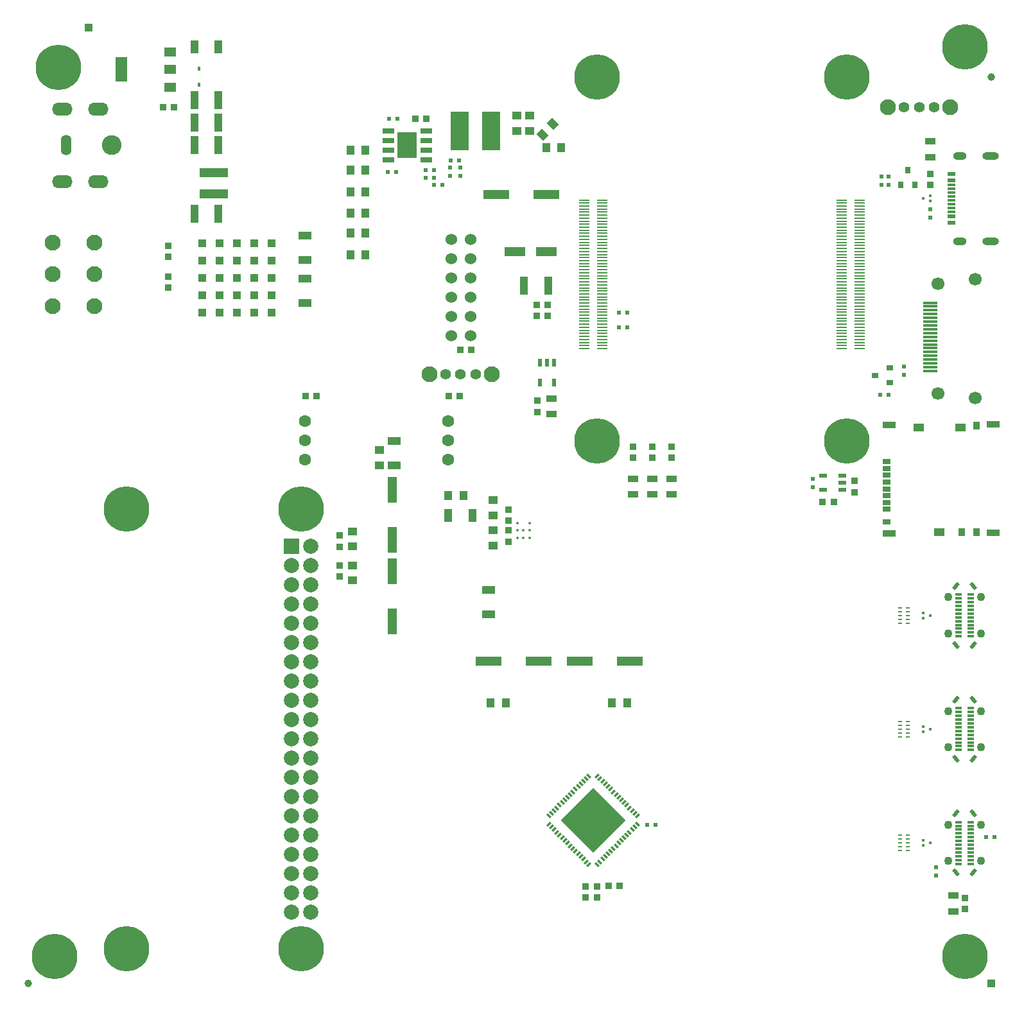
<source format=gbr>
%TF.GenerationSoftware,Altium Limited,Altium Designer,22.2.1 (43)*%
G04 Layer_Color=255*
%FSLAX26Y26*%
%MOIN*%
%TF.SameCoordinates,D552E928-BF45-442C-827F-4CC0F3A717A5*%
%TF.FilePolarity,Positive*%
%TF.FileFunction,Pads,Top*%
%TF.Part,Single*%
G01*
G75*
%TA.AperFunction,SMDPad,CuDef*%
%ADD10R,0.031496X0.035433*%
%ADD11R,0.062992X0.129921*%
%ADD12R,0.062992X0.047244*%
%ADD13R,0.023622X0.023622*%
%ADD14R,0.035433X0.033465*%
%ADD15R,0.033465X0.035433*%
%ADD16R,0.023622X0.023622*%
%ADD17R,0.056299X0.007874*%
%ADD18R,0.092520X0.200787*%
%ADD19R,0.145669X0.047244*%
%ADD20R,0.043307X0.023622*%
%ADD21R,0.023622X0.043307*%
%ADD22R,0.035433X0.031496*%
G04:AMPARAMS|DCode=23|XSize=11.024mil|YSize=27.165mil|CornerRadius=0mil|HoleSize=0mil|Usage=FLASHONLY|Rotation=45.000|XOffset=0mil|YOffset=0mil|HoleType=Round|Shape=Rectangle|*
%AMROTATEDRECTD23*
4,1,4,0.005707,-0.013502,-0.013502,0.005707,-0.005707,0.013502,0.013502,-0.005707,0.005707,-0.013502,0.0*
%
%ADD23ROTATEDRECTD23*%

G04:AMPARAMS|DCode=24|XSize=11.024mil|YSize=27.165mil|CornerRadius=0mil|HoleSize=0mil|Usage=FLASHONLY|Rotation=315.000|XOffset=0mil|YOffset=0mil|HoleType=Round|Shape=Rectangle|*
%AMROTATEDRECTD24*
4,1,4,-0.013502,-0.005707,0.005707,0.013502,0.013502,0.005707,-0.005707,-0.013502,-0.013502,-0.005707,0.0*
%
%ADD24ROTATEDRECTD24*%

%ADD25P,0.334066X4X270.0*%
%TA.AperFunction,BGAPad,CuDef*%
%ADD26C,0.013780*%
%TA.AperFunction,SMDPad,CuDef*%
%ADD27R,0.059055X0.031496*%
%ADD28R,0.102362X0.137795*%
%TA.AperFunction,BGAPad,CuDef*%
%ADD29R,0.041732X0.041732*%
%TA.AperFunction,FiducialPad,Global*%
%ADD30R,0.039370X0.039370*%
%ADD31C,0.039370*%
%TA.AperFunction,SMDPad,CuDef*%
%ADD32R,0.070866X0.039370*%
%ADD33R,0.039370X0.070866*%
%ADD34R,0.055118X0.035433*%
%ADD35R,0.011811X0.011811*%
%ADD36R,0.018701X0.007874*%
%ADD37R,0.017716X0.023228*%
%ADD38R,0.055118X0.044488*%
%ADD39R,0.033465X0.039370*%
%ADD40R,0.066929X0.035433*%
%ADD41R,0.039370X0.025591*%
%ADD42R,0.074803X0.011811*%
%TA.AperFunction,ConnectorPad*%
%ADD43R,0.043307X0.011811*%
%ADD44R,0.043307X0.023622*%
%TA.AperFunction,SMDPad,CuDef*%
%ADD45R,0.033465X0.011811*%
G04:AMPARAMS|DCode=46|XSize=19.685mil|YSize=40.551mil|CornerRadius=0mil|HoleSize=0mil|Usage=FLASHONLY|Rotation=220.000|XOffset=0mil|YOffset=0mil|HoleType=Round|Shape=Rectangle|*
%AMROTATEDRECTD46*
4,1,4,-0.005493,0.021859,0.020573,-0.009205,0.005493,-0.021859,-0.020573,0.009205,-0.005493,0.021859,0.0*
%
%ADD46ROTATEDRECTD46*%

G04:AMPARAMS|DCode=47|XSize=19.685mil|YSize=40.551mil|CornerRadius=0mil|HoleSize=0mil|Usage=FLASHONLY|Rotation=320.000|XOffset=0mil|YOffset=0mil|HoleType=Round|Shape=Rectangle|*
%AMROTATEDRECTD47*
4,1,4,-0.020573,-0.009205,0.005493,0.021859,0.020573,0.009205,-0.005493,-0.021859,-0.020573,-0.009205,0.0*
%
%ADD47ROTATEDRECTD47*%

%ADD48R,0.043307X0.094488*%
%ADD49R,0.110236X0.047244*%
%ADD50R,0.133858X0.047244*%
%ADD51R,0.049213X0.039370*%
%ADD52R,0.047244X0.133858*%
%ADD53R,0.039370X0.049213*%
G04:AMPARAMS|DCode=54|XSize=39.37mil|YSize=49.213mil|CornerRadius=0mil|HoleSize=0mil|Usage=FLASHONLY|Rotation=45.000|XOffset=0mil|YOffset=0mil|HoleType=Round|Shape=Rectangle|*
%AMROTATEDRECTD54*
4,1,4,0.003480,-0.031319,-0.031319,0.003480,-0.003480,0.031319,0.031319,-0.003480,0.003480,-0.031319,0.0*
%
%ADD54ROTATEDRECTD54*%

%TA.AperFunction,ComponentPad*%
%ADD67C,0.082677*%
%ADD68C,0.055118*%
%ADD69C,0.236220*%
%ADD70R,0.078740X0.078740*%
%ADD71C,0.078740*%
%ADD72C,0.060000*%
%ADD73O,0.106299X0.066929*%
%ADD74O,0.055118X0.106299*%
%ADD75C,0.102362*%
%ADD76C,0.062992*%
%ADD77C,0.066929*%
%ADD78O,0.070866X0.039370*%
%ADD79O,0.086614X0.039370*%
%ADD80C,0.043307*%
D10*
X5572835Y5187008D02*
D03*
X5647638D02*
D03*
X5610236Y5265748D02*
D03*
D11*
X1527559Y5787402D02*
D03*
D12*
X1779528Y5877953D02*
D03*
Y5787402D02*
D03*
Y5696850D02*
D03*
D13*
X5511811Y5230315D02*
D03*
Y5187008D02*
D03*
X5472441D02*
D03*
Y5230315D02*
D03*
X5728346Y5017717D02*
D03*
Y5061024D02*
D03*
X5118110Y3620079D02*
D03*
Y3663386D02*
D03*
X5755905Y1643701D02*
D03*
Y1600394D02*
D03*
X5589370Y4246654D02*
D03*
Y4203346D02*
D03*
X3287402Y5277559D02*
D03*
Y5234252D02*
D03*
X3232284Y5277559D02*
D03*
Y5234252D02*
D03*
D14*
X5728346Y5187992D02*
D03*
Y5245079D02*
D03*
X4382480Y3827756D02*
D03*
Y3770669D02*
D03*
X4282480Y3827756D02*
D03*
Y3770669D02*
D03*
X3686220Y4067323D02*
D03*
Y4010236D02*
D03*
X4182480Y3770669D02*
D03*
Y3827756D02*
D03*
X3937008Y1487205D02*
D03*
Y1544291D02*
D03*
X3996063D02*
D03*
Y1487205D02*
D03*
X5905512Y1485236D02*
D03*
Y1428150D02*
D03*
X1771653Y4656496D02*
D03*
Y4713583D02*
D03*
Y4813976D02*
D03*
Y4871063D02*
D03*
X5334646Y3593504D02*
D03*
Y3650590D02*
D03*
X2661417Y3213583D02*
D03*
Y3156496D02*
D03*
Y3310039D02*
D03*
Y3367126D02*
D03*
X3535433Y3443898D02*
D03*
Y3500984D02*
D03*
Y3393701D02*
D03*
Y3336614D02*
D03*
D15*
X3286417Y4330709D02*
D03*
X3343504D02*
D03*
X4058071Y1547244D02*
D03*
X4115158D02*
D03*
X3054134Y5531496D02*
D03*
X3111220D02*
D03*
X1743110Y5590551D02*
D03*
X1800197D02*
D03*
X5168307Y3543307D02*
D03*
X5225394D02*
D03*
X3739173Y4507874D02*
D03*
X3682087D02*
D03*
X3739173Y4566929D02*
D03*
X3682087D02*
D03*
X3227362Y4090551D02*
D03*
X3284449D02*
D03*
X2483268D02*
D03*
X2540354D02*
D03*
D16*
X4154134Y4450000D02*
D03*
X4110827D02*
D03*
X4154134Y4525000D02*
D03*
X4110827D02*
D03*
X4301181Y1866142D02*
D03*
X4257874D02*
D03*
X6017717Y1803150D02*
D03*
X6061024D02*
D03*
X3151575Y5224409D02*
D03*
X3108268D02*
D03*
X3281496Y5314961D02*
D03*
X3238189D02*
D03*
X3108268Y5263779D02*
D03*
X3151575D02*
D03*
X5511024Y4100000D02*
D03*
X5467717D02*
D03*
X2911417Y5255905D02*
D03*
X2954724D02*
D03*
X3194882Y5188976D02*
D03*
X3151575D02*
D03*
X2958661Y5531496D02*
D03*
X2915354D02*
D03*
D17*
X5268110Y4716535D02*
D03*
Y4700788D02*
D03*
Y4685039D02*
D03*
Y4669291D02*
D03*
Y4653543D02*
D03*
Y4637795D02*
D03*
Y4622047D02*
D03*
Y4606299D02*
D03*
Y4590551D02*
D03*
Y4574803D02*
D03*
Y4559055D02*
D03*
Y4543307D02*
D03*
Y4527559D02*
D03*
Y4511811D02*
D03*
Y4496063D02*
D03*
Y4480315D02*
D03*
Y4464567D02*
D03*
Y4448819D02*
D03*
Y4433071D02*
D03*
Y4417323D02*
D03*
Y4401575D02*
D03*
Y4385827D02*
D03*
Y4370079D02*
D03*
Y4354331D02*
D03*
Y4338583D02*
D03*
Y5110236D02*
D03*
Y5094488D02*
D03*
Y5078740D02*
D03*
Y5062992D02*
D03*
Y5047244D02*
D03*
Y5031496D02*
D03*
Y5015748D02*
D03*
Y5000000D02*
D03*
Y4984252D02*
D03*
Y4968504D02*
D03*
Y4952756D02*
D03*
Y4937008D02*
D03*
Y4921260D02*
D03*
Y4905512D02*
D03*
Y4889764D02*
D03*
Y4874016D02*
D03*
Y4858268D02*
D03*
Y4842520D02*
D03*
Y4826772D02*
D03*
Y4811024D02*
D03*
Y4795276D02*
D03*
Y4779528D02*
D03*
Y4763780D02*
D03*
Y4748032D02*
D03*
Y4732283D02*
D03*
X5361811Y4716535D02*
D03*
Y4700788D02*
D03*
Y4685039D02*
D03*
Y4669291D02*
D03*
Y4653543D02*
D03*
Y4637795D02*
D03*
Y4622047D02*
D03*
Y4606299D02*
D03*
Y4590551D02*
D03*
Y4574803D02*
D03*
Y4559055D02*
D03*
Y4543307D02*
D03*
Y4527559D02*
D03*
Y4511811D02*
D03*
Y4496063D02*
D03*
Y4480315D02*
D03*
Y4464567D02*
D03*
Y4448819D02*
D03*
Y4433071D02*
D03*
Y4417323D02*
D03*
Y4401575D02*
D03*
Y4385827D02*
D03*
Y4370079D02*
D03*
Y4354331D02*
D03*
Y4338583D02*
D03*
Y5110236D02*
D03*
Y5094488D02*
D03*
Y5078740D02*
D03*
Y5062992D02*
D03*
Y5047244D02*
D03*
Y5031496D02*
D03*
Y5015748D02*
D03*
Y5000000D02*
D03*
Y4984252D02*
D03*
Y4968504D02*
D03*
Y4952756D02*
D03*
Y4937008D02*
D03*
Y4921260D02*
D03*
Y4905512D02*
D03*
Y4889764D02*
D03*
Y4874016D02*
D03*
Y4858268D02*
D03*
Y4842520D02*
D03*
Y4826772D02*
D03*
Y4811024D02*
D03*
Y4795276D02*
D03*
Y4779528D02*
D03*
Y4763780D02*
D03*
Y4748032D02*
D03*
Y4732283D02*
D03*
X3929528Y4716535D02*
D03*
Y4700788D02*
D03*
Y4685039D02*
D03*
Y4669291D02*
D03*
Y4653543D02*
D03*
Y4637795D02*
D03*
Y4622047D02*
D03*
Y4606299D02*
D03*
Y4590551D02*
D03*
Y4574803D02*
D03*
Y4559055D02*
D03*
Y4543307D02*
D03*
Y4527559D02*
D03*
Y4511811D02*
D03*
Y4496063D02*
D03*
Y4480315D02*
D03*
Y4464567D02*
D03*
Y4448819D02*
D03*
Y4433071D02*
D03*
Y4417323D02*
D03*
Y4401575D02*
D03*
Y4385827D02*
D03*
Y4370079D02*
D03*
Y4354331D02*
D03*
Y4338583D02*
D03*
Y5110236D02*
D03*
Y5094488D02*
D03*
Y5078740D02*
D03*
Y5062992D02*
D03*
Y5047244D02*
D03*
Y5031496D02*
D03*
Y5015748D02*
D03*
Y5000000D02*
D03*
Y4984252D02*
D03*
Y4968504D02*
D03*
Y4952756D02*
D03*
Y4937008D02*
D03*
Y4921260D02*
D03*
Y4905512D02*
D03*
Y4889764D02*
D03*
Y4874016D02*
D03*
Y4858268D02*
D03*
Y4842520D02*
D03*
Y4826772D02*
D03*
Y4811024D02*
D03*
Y4795276D02*
D03*
Y4779528D02*
D03*
Y4763780D02*
D03*
Y4748032D02*
D03*
Y4732283D02*
D03*
X4023228Y4716535D02*
D03*
Y4700788D02*
D03*
Y4685039D02*
D03*
Y4669291D02*
D03*
Y4653543D02*
D03*
Y4637795D02*
D03*
Y4622047D02*
D03*
Y4606299D02*
D03*
Y4590551D02*
D03*
Y4574803D02*
D03*
Y4559055D02*
D03*
Y4543307D02*
D03*
Y4527559D02*
D03*
Y4511811D02*
D03*
Y4496063D02*
D03*
Y4480315D02*
D03*
Y4464567D02*
D03*
Y4448819D02*
D03*
Y4433071D02*
D03*
Y4417323D02*
D03*
Y4401575D02*
D03*
Y4385827D02*
D03*
Y4370079D02*
D03*
Y4354331D02*
D03*
Y4338583D02*
D03*
Y5110236D02*
D03*
Y5094488D02*
D03*
Y5078740D02*
D03*
Y5062992D02*
D03*
Y5047244D02*
D03*
Y5031496D02*
D03*
Y5015748D02*
D03*
Y5000000D02*
D03*
Y4984252D02*
D03*
Y4968504D02*
D03*
Y4952756D02*
D03*
Y4937008D02*
D03*
Y4921260D02*
D03*
Y4905512D02*
D03*
Y4889764D02*
D03*
Y4874016D02*
D03*
Y4858268D02*
D03*
Y4842520D02*
D03*
Y4826772D02*
D03*
Y4811024D02*
D03*
Y4795276D02*
D03*
Y4779528D02*
D03*
Y4763780D02*
D03*
Y4748032D02*
D03*
Y4732283D02*
D03*
D18*
X3284449Y5468504D02*
D03*
X3447835D02*
D03*
D19*
X2007874Y5251968D02*
D03*
Y5141732D02*
D03*
D20*
X5271654Y3679134D02*
D03*
Y3641732D02*
D03*
X5169291Y3604331D02*
D03*
Y3679134D02*
D03*
X5271654Y3604331D02*
D03*
D21*
X3698819Y4264961D02*
D03*
X3736220D02*
D03*
X3773622Y4162598D02*
D03*
X3698819D02*
D03*
X3773622Y4264961D02*
D03*
D22*
X5518110Y4162598D02*
D03*
Y4237402D02*
D03*
X5439370Y4200000D02*
D03*
D23*
X4206744Y1868189D02*
D03*
X4192825Y1854269D02*
D03*
X4178906Y1840350D02*
D03*
X4164986Y1826430D02*
D03*
X4151067Y1812511D02*
D03*
X4137147Y1798592D02*
D03*
X4123228Y1784672D02*
D03*
X4109309Y1770753D02*
D03*
X3997953Y1659397D02*
D03*
X4011872Y1673317D02*
D03*
X4025792Y1687236D02*
D03*
X4039711Y1701156D02*
D03*
X4053631Y1715075D02*
D03*
X4067550Y1728994D02*
D03*
X4081470Y1742914D02*
D03*
X4095389Y1756833D02*
D03*
X3746012Y1911339D02*
D03*
X3759931Y1925258D02*
D03*
X3773850Y1939178D02*
D03*
X3787770Y1953097D02*
D03*
X3801689Y1967017D02*
D03*
X3815609Y1980936D02*
D03*
X3829528Y1994855D02*
D03*
X3843448Y2008775D02*
D03*
X3954803Y2120130D02*
D03*
X3940883Y2106211D02*
D03*
X3926964Y2092291D02*
D03*
X3913045Y2078372D02*
D03*
X3899125Y2064453D02*
D03*
X3885206Y2050533D02*
D03*
X3871286Y2036614D02*
D03*
X3857367Y2022694D02*
D03*
D24*
X3954803Y1659397D02*
D03*
X3940883Y1673317D02*
D03*
X3926964Y1687236D02*
D03*
X3913045Y1701156D02*
D03*
X3899125Y1715075D02*
D03*
X3885206Y1728994D02*
D03*
X3871286Y1742914D02*
D03*
X3857367Y1756833D02*
D03*
X3746012Y1868189D02*
D03*
X3759931Y1854269D02*
D03*
X3773850Y1840350D02*
D03*
X3787770Y1826430D02*
D03*
X3801689Y1812511D02*
D03*
X3815609Y1798592D02*
D03*
X3829528Y1784672D02*
D03*
X3843448Y1770753D02*
D03*
X3997953Y2120130D02*
D03*
X4011872Y2106211D02*
D03*
X4025792Y2092291D02*
D03*
X4039711Y2078372D02*
D03*
X4053631Y2064453D02*
D03*
X4067550Y2050533D02*
D03*
X4081470Y2036614D02*
D03*
X4095389Y2022694D02*
D03*
X4206744Y1911339D02*
D03*
X4192825Y1925258D02*
D03*
X4178906Y1939178D02*
D03*
X4164986Y1953097D02*
D03*
X4151067Y1967017D02*
D03*
X4137147Y1980936D02*
D03*
X4123228Y1994855D02*
D03*
X4109309Y2008775D02*
D03*
D25*
X3976378Y1889764D02*
D03*
D26*
X3645669Y3433071D02*
D03*
Y3393701D02*
D03*
Y3354331D02*
D03*
X3582677Y3433071D02*
D03*
Y3393701D02*
D03*
Y3354331D02*
D03*
X3614173D02*
D03*
Y3393701D02*
D03*
D27*
X3110236Y5468701D02*
D03*
Y5418701D02*
D03*
Y5318701D02*
D03*
Y5368701D02*
D03*
X2913386D02*
D03*
Y5318701D02*
D03*
Y5418701D02*
D03*
Y5468701D02*
D03*
D28*
X3011811Y5393701D02*
D03*
D29*
X2216142Y4524409D02*
D03*
X2306299D02*
D03*
X1945669D02*
D03*
X2035827D02*
D03*
X2125984D02*
D03*
X2216142Y4614567D02*
D03*
X2306299D02*
D03*
X1945669D02*
D03*
X2035827D02*
D03*
X2125984D02*
D03*
Y4704724D02*
D03*
X2035827D02*
D03*
X1945669D02*
D03*
X2306299D02*
D03*
X2216142D02*
D03*
X2125984Y4794882D02*
D03*
X2035827D02*
D03*
X1945669D02*
D03*
X2306299D02*
D03*
X2216142D02*
D03*
X2125984Y4885039D02*
D03*
X2035827D02*
D03*
X1945669D02*
D03*
X2306299D02*
D03*
X2216142D02*
D03*
D30*
X1358268Y6003937D02*
D03*
X6043307Y1043307D02*
D03*
D31*
Y5748032D02*
D03*
X1043307Y1043307D02*
D03*
D32*
X3435039Y2958661D02*
D03*
Y3084646D02*
D03*
X2944882Y3858268D02*
D03*
Y3732284D02*
D03*
X2480315Y4799213D02*
D03*
Y4925197D02*
D03*
X2480315Y4700787D02*
D03*
Y4574803D02*
D03*
D33*
X3350394Y3472441D02*
D03*
X3224410D02*
D03*
X2031496Y5905512D02*
D03*
X1905512D02*
D03*
D34*
X5728346Y5415354D02*
D03*
Y5332677D02*
D03*
X4382480Y3580709D02*
D03*
Y3663386D02*
D03*
X4282480Y3580709D02*
D03*
Y3663386D02*
D03*
X3761220Y4080118D02*
D03*
Y3997441D02*
D03*
X4182480Y3580709D02*
D03*
Y3663386D02*
D03*
X5846457Y1498032D02*
D03*
Y1415354D02*
D03*
D35*
X5725394Y5104331D02*
D03*
Y5131890D02*
D03*
X5691929Y5118110D02*
D03*
Y2966535D02*
D03*
Y2938976D02*
D03*
X5725394Y2952756D02*
D03*
X5691929Y2375984D02*
D03*
Y2348425D02*
D03*
X5725394Y2362205D02*
D03*
X5691929Y1785433D02*
D03*
Y1757874D02*
D03*
X5725394Y1771653D02*
D03*
D36*
X5609252Y2913386D02*
D03*
Y2933071D02*
D03*
Y2952756D02*
D03*
Y2972441D02*
D03*
Y2992126D02*
D03*
X5571850D02*
D03*
Y2972441D02*
D03*
Y2952756D02*
D03*
Y2933071D02*
D03*
Y2913386D02*
D03*
X5609252Y2322835D02*
D03*
Y2342520D02*
D03*
Y2362205D02*
D03*
Y2381890D02*
D03*
Y2401575D02*
D03*
X5571850D02*
D03*
Y2381890D02*
D03*
Y2362205D02*
D03*
Y2342520D02*
D03*
Y2322835D02*
D03*
X5609252Y1732283D02*
D03*
Y1751968D02*
D03*
Y1771653D02*
D03*
Y1791339D02*
D03*
Y1811024D02*
D03*
X5571850D02*
D03*
Y1791339D02*
D03*
Y1771653D02*
D03*
Y1751968D02*
D03*
Y1732283D02*
D03*
D37*
X1929134Y5708661D02*
D03*
Y5793307D02*
D03*
D38*
X5882874Y3927165D02*
D03*
X5668307D02*
D03*
X5774606Y3383858D02*
D03*
D39*
X5890748Y3385827D02*
D03*
X5966732D02*
D03*
Y3937008D02*
D03*
D40*
X6054492Y3944016D02*
D03*
X6054134Y3381009D02*
D03*
X5514764Y3942913D02*
D03*
Y3379921D02*
D03*
D41*
X5500000Y3503937D02*
D03*
Y3751968D02*
D03*
Y3716535D02*
D03*
Y3681102D02*
D03*
Y3645669D02*
D03*
Y3610236D02*
D03*
Y3574803D02*
D03*
Y3539370D02*
D03*
Y3440157D02*
D03*
D42*
X5728346Y4379921D02*
D03*
Y4360236D02*
D03*
Y4340551D02*
D03*
Y4301181D02*
D03*
Y4261811D02*
D03*
Y4320866D02*
D03*
Y4281496D02*
D03*
Y4242126D02*
D03*
Y4222441D02*
D03*
Y4399606D02*
D03*
Y4419291D02*
D03*
Y4438976D02*
D03*
Y4478346D02*
D03*
Y4517717D02*
D03*
Y4458661D02*
D03*
Y4498032D02*
D03*
Y4537402D02*
D03*
Y4557087D02*
D03*
Y4576772D02*
D03*
D43*
X5836614Y5187008D02*
D03*
Y5167323D02*
D03*
Y5147638D02*
D03*
Y5127953D02*
D03*
Y5108268D02*
D03*
Y5088583D02*
D03*
Y5068898D02*
D03*
Y5049213D02*
D03*
D44*
Y4992126D02*
D03*
Y5023622D02*
D03*
Y5244095D02*
D03*
Y5212598D02*
D03*
D45*
X5872835Y2844488D02*
D03*
Y2864173D02*
D03*
Y2883858D02*
D03*
Y2903543D02*
D03*
Y2923228D02*
D03*
Y2942913D02*
D03*
Y2962598D02*
D03*
Y2982284D02*
D03*
Y3001968D02*
D03*
Y3021653D02*
D03*
Y3041339D02*
D03*
Y3061024D02*
D03*
X5938189D02*
D03*
Y3041339D02*
D03*
Y3021653D02*
D03*
Y3001968D02*
D03*
Y2982284D02*
D03*
Y2962598D02*
D03*
Y2942913D02*
D03*
Y2923228D02*
D03*
Y2903543D02*
D03*
Y2883858D02*
D03*
Y2864173D02*
D03*
Y2844488D02*
D03*
X5872835Y2253937D02*
D03*
Y2273622D02*
D03*
Y2293307D02*
D03*
Y2312992D02*
D03*
Y2332677D02*
D03*
Y2352362D02*
D03*
Y2372047D02*
D03*
Y2391732D02*
D03*
Y2411417D02*
D03*
Y2431102D02*
D03*
Y2450787D02*
D03*
Y2470472D02*
D03*
X5938189D02*
D03*
Y2450787D02*
D03*
Y2431102D02*
D03*
Y2411417D02*
D03*
Y2391732D02*
D03*
Y2372047D02*
D03*
Y2352362D02*
D03*
Y2332677D02*
D03*
Y2312992D02*
D03*
Y2293307D02*
D03*
Y2273622D02*
D03*
Y2253937D02*
D03*
X5872835Y1663386D02*
D03*
Y1683071D02*
D03*
Y1702756D02*
D03*
Y1722441D02*
D03*
Y1742126D02*
D03*
Y1761811D02*
D03*
Y1781496D02*
D03*
Y1801181D02*
D03*
Y1820866D02*
D03*
Y1840551D02*
D03*
Y1860236D02*
D03*
Y1879921D02*
D03*
X5938189D02*
D03*
Y1860236D02*
D03*
Y1840551D02*
D03*
Y1820866D02*
D03*
Y1801181D02*
D03*
Y1781496D02*
D03*
Y1761811D02*
D03*
Y1742126D02*
D03*
Y1722441D02*
D03*
Y1702756D02*
D03*
Y1683071D02*
D03*
Y1663386D02*
D03*
D46*
X5950197Y3105512D02*
D03*
X5860827Y2800000D02*
D03*
X5950197Y2514961D02*
D03*
X5860827Y2209449D02*
D03*
X5950197Y1924409D02*
D03*
X5860827Y1618898D02*
D03*
D47*
Y3105512D02*
D03*
X5950197Y2800000D02*
D03*
X5860827Y2514961D02*
D03*
X5950197Y2209449D02*
D03*
X5860827Y1924409D02*
D03*
X5950197Y1618898D02*
D03*
D48*
X3744095Y4665354D02*
D03*
X3618110D02*
D03*
X2031496Y5039370D02*
D03*
X1905512D02*
D03*
X2031496Y5393701D02*
D03*
X1905512D02*
D03*
X2031496Y5511811D02*
D03*
X1905512D02*
D03*
X2031496Y5629921D02*
D03*
X1905512D02*
D03*
D49*
X3568898Y4842520D02*
D03*
X3734252D02*
D03*
D50*
X3732284Y5137795D02*
D03*
X3472441D02*
D03*
X3433071Y2716535D02*
D03*
X3692913D02*
D03*
X4165354D02*
D03*
X3905512D02*
D03*
D51*
X2728347Y3212598D02*
D03*
Y3133858D02*
D03*
X2728346Y3311023D02*
D03*
Y3389764D02*
D03*
X3645669Y5468504D02*
D03*
Y5547244D02*
D03*
X3578740Y5468504D02*
D03*
Y5547244D02*
D03*
X3456693Y3472441D02*
D03*
Y3551181D02*
D03*
Y3393701D02*
D03*
Y3314961D02*
D03*
X2866142Y3732283D02*
D03*
Y3811024D02*
D03*
D52*
X2933661Y3181102D02*
D03*
Y2921260D02*
D03*
Y3346260D02*
D03*
Y3606102D02*
D03*
D53*
X3444882Y2500000D02*
D03*
X3523622D02*
D03*
X4153543D02*
D03*
X4074803D02*
D03*
X2795276Y5370065D02*
D03*
X2716535D02*
D03*
X2795276Y5263766D02*
D03*
X2716535D02*
D03*
X2795276Y5153530D02*
D03*
X2716535D02*
D03*
X2795276Y5043294D02*
D03*
X2716535D02*
D03*
X2795276Y4936995D02*
D03*
X2716535D02*
D03*
X2795276Y4826759D02*
D03*
X2716535D02*
D03*
X3732283Y5381890D02*
D03*
X3811024D02*
D03*
X3224409Y3574803D02*
D03*
X3303150D02*
D03*
D54*
X3712319Y5448539D02*
D03*
X3767996Y5504217D02*
D03*
D67*
X5830709Y5590551D02*
D03*
X5507874D02*
D03*
X3125984Y4204724D02*
D03*
X3448819D02*
D03*
X1171260Y4559055D02*
D03*
Y4724409D02*
D03*
Y4889764D02*
D03*
X1387795Y4559055D02*
D03*
Y4724409D02*
D03*
Y4889764D02*
D03*
D68*
X5590551Y5590551D02*
D03*
X5669291D02*
D03*
X5748032D02*
D03*
X3366142Y4204724D02*
D03*
X3287402D02*
D03*
X3208661D02*
D03*
D69*
X5295276Y5748032D02*
D03*
X3996063D02*
D03*
X5295276Y3858268D02*
D03*
X3996063D02*
D03*
X2460630Y3503937D02*
D03*
X1555118Y1220472D02*
D03*
X2460630D02*
D03*
X1555118Y3503937D02*
D03*
X5905512Y5905512D02*
D03*
Y1181102D02*
D03*
X1200000Y5800000D02*
D03*
X1181102Y1181102D02*
D03*
D70*
X2410866Y3312205D02*
D03*
D71*
X2510866D02*
D03*
X2410866Y3212205D02*
D03*
X2510866D02*
D03*
X2410866Y3112205D02*
D03*
X2510866D02*
D03*
X2410866Y3012205D02*
D03*
X2510866D02*
D03*
X2410866Y2912205D02*
D03*
X2510866D02*
D03*
X2410866Y2812205D02*
D03*
X2510866D02*
D03*
X2410866Y2712205D02*
D03*
X2510866D02*
D03*
X2410866Y2612205D02*
D03*
X2510866D02*
D03*
X2410866Y2512205D02*
D03*
X2510866D02*
D03*
X2410866Y2412205D02*
D03*
X2510866D02*
D03*
X2410866Y2312205D02*
D03*
X2510866D02*
D03*
X2410866Y2212205D02*
D03*
X2510866D02*
D03*
X2410866Y2112205D02*
D03*
X2510866D02*
D03*
X2410866Y2012205D02*
D03*
X2510866D02*
D03*
X2410866Y1912205D02*
D03*
X2510866D02*
D03*
X2410866Y1812205D02*
D03*
X2510866D02*
D03*
X2410866Y1712205D02*
D03*
X2510866D02*
D03*
X2410866Y1612205D02*
D03*
X2510866D02*
D03*
X2410866Y1512205D02*
D03*
X2510866D02*
D03*
X2410866Y1412205D02*
D03*
X2510866D02*
D03*
D72*
X3239961Y4406299D02*
D03*
X3339961D02*
D03*
X3239961Y4506299D02*
D03*
X3339961D02*
D03*
X3239961Y4606299D02*
D03*
X3339961D02*
D03*
X3239961Y4706299D02*
D03*
X3339961D02*
D03*
Y4906299D02*
D03*
X3239961D02*
D03*
Y4806299D02*
D03*
X3339961D02*
D03*
D73*
X1220472Y5206693D02*
D03*
Y5580709D02*
D03*
X1405512D02*
D03*
Y5206693D02*
D03*
D74*
X1240158Y5393701D02*
D03*
D75*
X1476378D02*
D03*
D76*
X3224409Y3762205D02*
D03*
Y3862205D02*
D03*
Y3962205D02*
D03*
X2480315Y3762205D02*
D03*
Y3862205D02*
D03*
Y3962205D02*
D03*
D77*
X5767717Y4675197D02*
D03*
X5960630Y4698819D02*
D03*
X5767717Y4104331D02*
D03*
X5960630Y4080709D02*
D03*
D78*
X5881890Y5339370D02*
D03*
Y4896850D02*
D03*
D79*
X6039370Y5339370D02*
D03*
Y4896850D02*
D03*
D80*
X5990158Y2858268D02*
D03*
Y3047244D02*
D03*
X5820866D02*
D03*
Y2858268D02*
D03*
X5990158Y2267716D02*
D03*
Y2456693D02*
D03*
X5820866D02*
D03*
Y2267716D02*
D03*
X5990158Y1677165D02*
D03*
Y1866142D02*
D03*
X5820866D02*
D03*
Y1677165D02*
D03*
%TF.MD5,6b522271d019591ac7f061ec284f7de7*%
M02*

</source>
